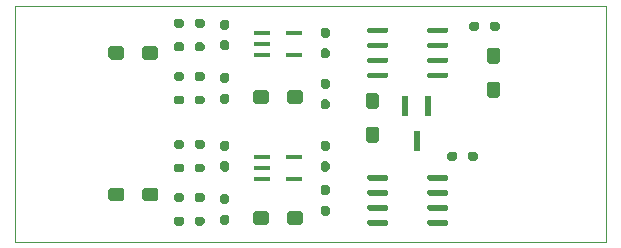
<source format=gbr>
%TF.GenerationSoftware,KiCad,Pcbnew,5.1.9*%
%TF.CreationDate,2021-02-16T17:41:26+03:00*%
%TF.ProjectId,dual-mcp3201-pmod,6475616c-2d6d-4637-9033-3230312d706d,rev?*%
%TF.SameCoordinates,PX4c4b400PY8583b00*%
%TF.FileFunction,Paste,Top*%
%TF.FilePolarity,Positive*%
%FSLAX46Y46*%
G04 Gerber Fmt 4.6, Leading zero omitted, Abs format (unit mm)*
G04 Created by KiCad (PCBNEW 5.1.9) date 2021-02-16 17:41:26*
%MOMM*%
%LPD*%
G01*
G04 APERTURE LIST*
%TA.AperFunction,Profile*%
%ADD10C,0.050000*%
%TD*%
%ADD11R,0.600000X1.700000*%
%ADD12R,1.360000X0.450000*%
G04 APERTURE END LIST*
D10*
X50000000Y20000000D02*
X0Y20000000D01*
X50000000Y0D02*
X50000000Y20000000D01*
X0Y0D02*
X50000000Y0D01*
X0Y20000000D02*
X0Y0D01*
%TO.C,C12*%
G36*
G01*
X26437500Y17275000D02*
X26062500Y17275000D01*
G75*
G02*
X25875000Y17462500I0J187500D01*
G01*
X25875000Y17937500D01*
G75*
G02*
X26062500Y18125000I187500J0D01*
G01*
X26437500Y18125000D01*
G75*
G02*
X26625000Y17937500I0J-187500D01*
G01*
X26625000Y17462500D01*
G75*
G02*
X26437500Y17275000I-187500J0D01*
G01*
G37*
G36*
G01*
X26437500Y15525000D02*
X26062500Y15525000D01*
G75*
G02*
X25875000Y15712500I0J187500D01*
G01*
X25875000Y16187500D01*
G75*
G02*
X26062500Y16375000I187500J0D01*
G01*
X26437500Y16375000D01*
G75*
G02*
X26625000Y16187500I0J-187500D01*
G01*
X26625000Y15712500D01*
G75*
G02*
X26437500Y15525000I-187500J0D01*
G01*
G37*
%TD*%
%TO.C,C11*%
G36*
G01*
X23000000Y11887962D02*
X23000000Y12612038D01*
G75*
G02*
X23212962Y12825000I212962J0D01*
G01*
X24162038Y12825000D01*
G75*
G02*
X24375000Y12612038I0J-212962D01*
G01*
X24375000Y11887962D01*
G75*
G02*
X24162038Y11675000I-212962J0D01*
G01*
X23212962Y11675000D01*
G75*
G02*
X23000000Y11887962I0J212962D01*
G01*
G37*
G36*
G01*
X20125000Y11887962D02*
X20125000Y12612038D01*
G75*
G02*
X20337962Y12825000I212962J0D01*
G01*
X21287038Y12825000D01*
G75*
G02*
X21500000Y12612038I0J-212962D01*
G01*
X21500000Y11887962D01*
G75*
G02*
X21287038Y11675000I-212962J0D01*
G01*
X20337962Y11675000D01*
G75*
G02*
X20125000Y11887962I0J212962D01*
G01*
G37*
%TD*%
%TO.C,C10*%
G36*
G01*
X14300000Y14187500D02*
X14300000Y13812500D01*
G75*
G02*
X14112500Y13625000I-187500J0D01*
G01*
X13637500Y13625000D01*
G75*
G02*
X13450000Y13812500I0J187500D01*
G01*
X13450000Y14187500D01*
G75*
G02*
X13637500Y14375000I187500J0D01*
G01*
X14112500Y14375000D01*
G75*
G02*
X14300000Y14187500I0J-187500D01*
G01*
G37*
G36*
G01*
X16050000Y14187500D02*
X16050000Y13812500D01*
G75*
G02*
X15862500Y13625000I-187500J0D01*
G01*
X15387500Y13625000D01*
G75*
G02*
X15200000Y13812500I0J187500D01*
G01*
X15200000Y14187500D01*
G75*
G02*
X15387500Y14375000I187500J0D01*
G01*
X15862500Y14375000D01*
G75*
G02*
X16050000Y14187500I0J-187500D01*
G01*
G37*
%TD*%
%TO.C,C9*%
G36*
G01*
X9250000Y16362038D02*
X9250000Y15637962D01*
G75*
G02*
X9037038Y15425000I-212962J0D01*
G01*
X8087962Y15425000D01*
G75*
G02*
X7875000Y15637962I0J212962D01*
G01*
X7875000Y16362038D01*
G75*
G02*
X8087962Y16575000I212962J0D01*
G01*
X9037038Y16575000D01*
G75*
G02*
X9250000Y16362038I0J-212962D01*
G01*
G37*
G36*
G01*
X12125000Y16362038D02*
X12125000Y15637962D01*
G75*
G02*
X11912038Y15425000I-212962J0D01*
G01*
X10962962Y15425000D01*
G75*
G02*
X10750000Y15637962I0J212962D01*
G01*
X10750000Y16362038D01*
G75*
G02*
X10962962Y16575000I212962J0D01*
G01*
X11912038Y16575000D01*
G75*
G02*
X12125000Y16362038I0J-212962D01*
G01*
G37*
%TD*%
%TO.C,C8*%
G36*
G01*
X17562500Y17050000D02*
X17937500Y17050000D01*
G75*
G02*
X18125000Y16862500I0J-187500D01*
G01*
X18125000Y16387500D01*
G75*
G02*
X17937500Y16200000I-187500J0D01*
G01*
X17562500Y16200000D01*
G75*
G02*
X17375000Y16387500I0J187500D01*
G01*
X17375000Y16862500D01*
G75*
G02*
X17562500Y17050000I187500J0D01*
G01*
G37*
G36*
G01*
X17562500Y18800000D02*
X17937500Y18800000D01*
G75*
G02*
X18125000Y18612500I0J-187500D01*
G01*
X18125000Y18137500D01*
G75*
G02*
X17937500Y17950000I-187500J0D01*
G01*
X17562500Y17950000D01*
G75*
G02*
X17375000Y18137500I0J187500D01*
G01*
X17375000Y18612500D01*
G75*
G02*
X17562500Y18800000I187500J0D01*
G01*
G37*
%TD*%
%TO.C,C7*%
G36*
G01*
X40137962Y13562500D02*
X40862038Y13562500D01*
G75*
G02*
X41075000Y13349538I0J-212962D01*
G01*
X41075000Y12400462D01*
G75*
G02*
X40862038Y12187500I-212962J0D01*
G01*
X40137962Y12187500D01*
G75*
G02*
X39925000Y12400462I0J212962D01*
G01*
X39925000Y13349538D01*
G75*
G02*
X40137962Y13562500I212962J0D01*
G01*
G37*
G36*
G01*
X40137962Y16437500D02*
X40862038Y16437500D01*
G75*
G02*
X41075000Y16224538I0J-212962D01*
G01*
X41075000Y15275462D01*
G75*
G02*
X40862038Y15062500I-212962J0D01*
G01*
X40137962Y15062500D01*
G75*
G02*
X39925000Y15275462I0J212962D01*
G01*
X39925000Y16224538D01*
G75*
G02*
X40137962Y16437500I212962J0D01*
G01*
G37*
%TD*%
%TO.C,C14*%
G36*
G01*
X29887962Y9750000D02*
X30612038Y9750000D01*
G75*
G02*
X30825000Y9537038I0J-212962D01*
G01*
X30825000Y8587962D01*
G75*
G02*
X30612038Y8375000I-212962J0D01*
G01*
X29887962Y8375000D01*
G75*
G02*
X29675000Y8587962I0J212962D01*
G01*
X29675000Y9537038D01*
G75*
G02*
X29887962Y9750000I212962J0D01*
G01*
G37*
G36*
G01*
X29887962Y12625000D02*
X30612038Y12625000D01*
G75*
G02*
X30825000Y12412038I0J-212962D01*
G01*
X30825000Y11462962D01*
G75*
G02*
X30612038Y11250000I-212962J0D01*
G01*
X29887962Y11250000D01*
G75*
G02*
X29675000Y11462962I0J212962D01*
G01*
X29675000Y12412038D01*
G75*
G02*
X29887962Y12625000I212962J0D01*
G01*
G37*
%TD*%
%TO.C,C6*%
G36*
G01*
X37425000Y7437500D02*
X37425000Y7062500D01*
G75*
G02*
X37237500Y6875000I-187500J0D01*
G01*
X36762500Y6875000D01*
G75*
G02*
X36575000Y7062500I0J187500D01*
G01*
X36575000Y7437500D01*
G75*
G02*
X36762500Y7625000I187500J0D01*
G01*
X37237500Y7625000D01*
G75*
G02*
X37425000Y7437500I0J-187500D01*
G01*
G37*
G36*
G01*
X39175000Y7437500D02*
X39175000Y7062500D01*
G75*
G02*
X38987500Y6875000I-187500J0D01*
G01*
X38512500Y6875000D01*
G75*
G02*
X38325000Y7062500I0J187500D01*
G01*
X38325000Y7437500D01*
G75*
G02*
X38512500Y7625000I187500J0D01*
G01*
X38987500Y7625000D01*
G75*
G02*
X39175000Y7437500I0J-187500D01*
G01*
G37*
%TD*%
%TO.C,R10*%
G36*
G01*
X17562500Y12550000D02*
X17937500Y12550000D01*
G75*
G02*
X18125000Y12362500I0J-187500D01*
G01*
X18125000Y11887500D01*
G75*
G02*
X17937500Y11700000I-187500J0D01*
G01*
X17562500Y11700000D01*
G75*
G02*
X17375000Y11887500I0J187500D01*
G01*
X17375000Y12362500D01*
G75*
G02*
X17562500Y12550000I187500J0D01*
G01*
G37*
G36*
G01*
X17562500Y14300000D02*
X17937500Y14300000D01*
G75*
G02*
X18125000Y14112500I0J-187500D01*
G01*
X18125000Y13637500D01*
G75*
G02*
X17937500Y13450000I-187500J0D01*
G01*
X17562500Y13450000D01*
G75*
G02*
X17375000Y13637500I0J187500D01*
G01*
X17375000Y14112500D01*
G75*
G02*
X17562500Y14300000I187500J0D01*
G01*
G37*
%TD*%
%TO.C,R9*%
G36*
G01*
X15200000Y18312500D02*
X15200000Y18687500D01*
G75*
G02*
X15387500Y18875000I187500J0D01*
G01*
X15862500Y18875000D01*
G75*
G02*
X16050000Y18687500I0J-187500D01*
G01*
X16050000Y18312500D01*
G75*
G02*
X15862500Y18125000I-187500J0D01*
G01*
X15387500Y18125000D01*
G75*
G02*
X15200000Y18312500I0J187500D01*
G01*
G37*
G36*
G01*
X13450000Y18312500D02*
X13450000Y18687500D01*
G75*
G02*
X13637500Y18875000I187500J0D01*
G01*
X14112500Y18875000D01*
G75*
G02*
X14300000Y18687500I0J-187500D01*
G01*
X14300000Y18312500D01*
G75*
G02*
X14112500Y18125000I-187500J0D01*
G01*
X13637500Y18125000D01*
G75*
G02*
X13450000Y18312500I0J187500D01*
G01*
G37*
%TD*%
%TO.C,R8*%
G36*
G01*
X15200000Y11812500D02*
X15200000Y12187500D01*
G75*
G02*
X15387500Y12375000I187500J0D01*
G01*
X15862500Y12375000D01*
G75*
G02*
X16050000Y12187500I0J-187500D01*
G01*
X16050000Y11812500D01*
G75*
G02*
X15862500Y11625000I-187500J0D01*
G01*
X15387500Y11625000D01*
G75*
G02*
X15200000Y11812500I0J187500D01*
G01*
G37*
G36*
G01*
X13450000Y11812500D02*
X13450000Y12187500D01*
G75*
G02*
X13637500Y12375000I187500J0D01*
G01*
X14112500Y12375000D01*
G75*
G02*
X14300000Y12187500I0J-187500D01*
G01*
X14300000Y11812500D01*
G75*
G02*
X14112500Y11625000I-187500J0D01*
G01*
X13637500Y11625000D01*
G75*
G02*
X13450000Y11812500I0J187500D01*
G01*
G37*
%TD*%
%TO.C,R7*%
G36*
G01*
X26062500Y12050000D02*
X26437500Y12050000D01*
G75*
G02*
X26625000Y11862500I0J-187500D01*
G01*
X26625000Y11387500D01*
G75*
G02*
X26437500Y11200000I-187500J0D01*
G01*
X26062500Y11200000D01*
G75*
G02*
X25875000Y11387500I0J187500D01*
G01*
X25875000Y11862500D01*
G75*
G02*
X26062500Y12050000I187500J0D01*
G01*
G37*
G36*
G01*
X26062500Y13800000D02*
X26437500Y13800000D01*
G75*
G02*
X26625000Y13612500I0J-187500D01*
G01*
X26625000Y13137500D01*
G75*
G02*
X26437500Y12950000I-187500J0D01*
G01*
X26062500Y12950000D01*
G75*
G02*
X25875000Y13137500I0J187500D01*
G01*
X25875000Y13612500D01*
G75*
G02*
X26062500Y13800000I187500J0D01*
G01*
G37*
%TD*%
%TO.C,R6*%
G36*
G01*
X15200000Y16312500D02*
X15200000Y16687500D01*
G75*
G02*
X15387500Y16875000I187500J0D01*
G01*
X15862500Y16875000D01*
G75*
G02*
X16050000Y16687500I0J-187500D01*
G01*
X16050000Y16312500D01*
G75*
G02*
X15862500Y16125000I-187500J0D01*
G01*
X15387500Y16125000D01*
G75*
G02*
X15200000Y16312500I0J187500D01*
G01*
G37*
G36*
G01*
X13450000Y16312500D02*
X13450000Y16687500D01*
G75*
G02*
X13637500Y16875000I187500J0D01*
G01*
X14112500Y16875000D01*
G75*
G02*
X14300000Y16687500I0J-187500D01*
G01*
X14300000Y16312500D01*
G75*
G02*
X14112500Y16125000I-187500J0D01*
G01*
X13637500Y16125000D01*
G75*
G02*
X13450000Y16312500I0J187500D01*
G01*
G37*
%TD*%
%TO.C,R5*%
G36*
G01*
X17562500Y2300000D02*
X17937500Y2300000D01*
G75*
G02*
X18125000Y2112500I0J-187500D01*
G01*
X18125000Y1637500D01*
G75*
G02*
X17937500Y1450000I-187500J0D01*
G01*
X17562500Y1450000D01*
G75*
G02*
X17375000Y1637500I0J187500D01*
G01*
X17375000Y2112500D01*
G75*
G02*
X17562500Y2300000I187500J0D01*
G01*
G37*
G36*
G01*
X17562500Y4050000D02*
X17937500Y4050000D01*
G75*
G02*
X18125000Y3862500I0J-187500D01*
G01*
X18125000Y3387500D01*
G75*
G02*
X17937500Y3200000I-187500J0D01*
G01*
X17562500Y3200000D01*
G75*
G02*
X17375000Y3387500I0J187500D01*
G01*
X17375000Y3862500D01*
G75*
G02*
X17562500Y4050000I187500J0D01*
G01*
G37*
%TD*%
%TO.C,R4*%
G36*
G01*
X15200000Y8062500D02*
X15200000Y8437500D01*
G75*
G02*
X15387500Y8625000I187500J0D01*
G01*
X15862500Y8625000D01*
G75*
G02*
X16050000Y8437500I0J-187500D01*
G01*
X16050000Y8062500D01*
G75*
G02*
X15862500Y7875000I-187500J0D01*
G01*
X15387500Y7875000D01*
G75*
G02*
X15200000Y8062500I0J187500D01*
G01*
G37*
G36*
G01*
X13450000Y8062500D02*
X13450000Y8437500D01*
G75*
G02*
X13637500Y8625000I187500J0D01*
G01*
X14112500Y8625000D01*
G75*
G02*
X14300000Y8437500I0J-187500D01*
G01*
X14300000Y8062500D01*
G75*
G02*
X14112500Y7875000I-187500J0D01*
G01*
X13637500Y7875000D01*
G75*
G02*
X13450000Y8062500I0J187500D01*
G01*
G37*
%TD*%
%TO.C,R3*%
G36*
G01*
X15200000Y1562500D02*
X15200000Y1937500D01*
G75*
G02*
X15387500Y2125000I187500J0D01*
G01*
X15862500Y2125000D01*
G75*
G02*
X16050000Y1937500I0J-187500D01*
G01*
X16050000Y1562500D01*
G75*
G02*
X15862500Y1375000I-187500J0D01*
G01*
X15387500Y1375000D01*
G75*
G02*
X15200000Y1562500I0J187500D01*
G01*
G37*
G36*
G01*
X13450000Y1562500D02*
X13450000Y1937500D01*
G75*
G02*
X13637500Y2125000I187500J0D01*
G01*
X14112500Y2125000D01*
G75*
G02*
X14300000Y1937500I0J-187500D01*
G01*
X14300000Y1562500D01*
G75*
G02*
X14112500Y1375000I-187500J0D01*
G01*
X13637500Y1375000D01*
G75*
G02*
X13450000Y1562500I0J187500D01*
G01*
G37*
%TD*%
%TO.C,R2*%
G36*
G01*
X26437500Y3950000D02*
X26062500Y3950000D01*
G75*
G02*
X25875000Y4137500I0J187500D01*
G01*
X25875000Y4612500D01*
G75*
G02*
X26062500Y4800000I187500J0D01*
G01*
X26437500Y4800000D01*
G75*
G02*
X26625000Y4612500I0J-187500D01*
G01*
X26625000Y4137500D01*
G75*
G02*
X26437500Y3950000I-187500J0D01*
G01*
G37*
G36*
G01*
X26437500Y2200000D02*
X26062500Y2200000D01*
G75*
G02*
X25875000Y2387500I0J187500D01*
G01*
X25875000Y2862500D01*
G75*
G02*
X26062500Y3050000I187500J0D01*
G01*
X26437500Y3050000D01*
G75*
G02*
X26625000Y2862500I0J-187500D01*
G01*
X26625000Y2387500D01*
G75*
G02*
X26437500Y2200000I-187500J0D01*
G01*
G37*
%TD*%
%TO.C,R1*%
G36*
G01*
X15200000Y6062500D02*
X15200000Y6437500D01*
G75*
G02*
X15387500Y6625000I187500J0D01*
G01*
X15862500Y6625000D01*
G75*
G02*
X16050000Y6437500I0J-187500D01*
G01*
X16050000Y6062500D01*
G75*
G02*
X15862500Y5875000I-187500J0D01*
G01*
X15387500Y5875000D01*
G75*
G02*
X15200000Y6062500I0J187500D01*
G01*
G37*
G36*
G01*
X13450000Y6062500D02*
X13450000Y6437500D01*
G75*
G02*
X13637500Y6625000I187500J0D01*
G01*
X14112500Y6625000D01*
G75*
G02*
X14300000Y6437500I0J-187500D01*
G01*
X14300000Y6062500D01*
G75*
G02*
X14112500Y5875000I-187500J0D01*
G01*
X13637500Y5875000D01*
G75*
G02*
X13450000Y6062500I0J187500D01*
G01*
G37*
%TD*%
D11*
%TO.C,D5*%
X34000000Y8500000D03*
X33050000Y11500000D03*
X34950000Y11500000D03*
%TD*%
%TO.C,D4*%
G36*
G01*
X34900000Y17792500D02*
X34900000Y18017500D01*
G75*
G02*
X35012500Y18130000I112500J0D01*
G01*
X36562500Y18130000D01*
G75*
G02*
X36675000Y18017500I0J-112500D01*
G01*
X36675000Y17792500D01*
G75*
G02*
X36562500Y17680000I-112500J0D01*
G01*
X35012500Y17680000D01*
G75*
G02*
X34900000Y17792500I0J112500D01*
G01*
G37*
G36*
G01*
X34900000Y16522500D02*
X34900000Y16747500D01*
G75*
G02*
X35012500Y16860000I112500J0D01*
G01*
X36562500Y16860000D01*
G75*
G02*
X36675000Y16747500I0J-112500D01*
G01*
X36675000Y16522500D01*
G75*
G02*
X36562500Y16410000I-112500J0D01*
G01*
X35012500Y16410000D01*
G75*
G02*
X34900000Y16522500I0J112500D01*
G01*
G37*
G36*
G01*
X34900000Y15252500D02*
X34900000Y15477500D01*
G75*
G02*
X35012500Y15590000I112500J0D01*
G01*
X36562500Y15590000D01*
G75*
G02*
X36675000Y15477500I0J-112500D01*
G01*
X36675000Y15252500D01*
G75*
G02*
X36562500Y15140000I-112500J0D01*
G01*
X35012500Y15140000D01*
G75*
G02*
X34900000Y15252500I0J112500D01*
G01*
G37*
G36*
G01*
X34900000Y13982500D02*
X34900000Y14207500D01*
G75*
G02*
X35012500Y14320000I112500J0D01*
G01*
X36562500Y14320000D01*
G75*
G02*
X36675000Y14207500I0J-112500D01*
G01*
X36675000Y13982500D01*
G75*
G02*
X36562500Y13870000I-112500J0D01*
G01*
X35012500Y13870000D01*
G75*
G02*
X34900000Y13982500I0J112500D01*
G01*
G37*
G36*
G01*
X29825000Y13982500D02*
X29825000Y14207500D01*
G75*
G02*
X29937500Y14320000I112500J0D01*
G01*
X31487500Y14320000D01*
G75*
G02*
X31600000Y14207500I0J-112500D01*
G01*
X31600000Y13982500D01*
G75*
G02*
X31487500Y13870000I-112500J0D01*
G01*
X29937500Y13870000D01*
G75*
G02*
X29825000Y13982500I0J112500D01*
G01*
G37*
G36*
G01*
X29825000Y15252500D02*
X29825000Y15477500D01*
G75*
G02*
X29937500Y15590000I112500J0D01*
G01*
X31487500Y15590000D01*
G75*
G02*
X31600000Y15477500I0J-112500D01*
G01*
X31600000Y15252500D01*
G75*
G02*
X31487500Y15140000I-112500J0D01*
G01*
X29937500Y15140000D01*
G75*
G02*
X29825000Y15252500I0J112500D01*
G01*
G37*
G36*
G01*
X29825000Y16522500D02*
X29825000Y16747500D01*
G75*
G02*
X29937500Y16860000I112500J0D01*
G01*
X31487500Y16860000D01*
G75*
G02*
X31600000Y16747500I0J-112500D01*
G01*
X31600000Y16522500D01*
G75*
G02*
X31487500Y16410000I-112500J0D01*
G01*
X29937500Y16410000D01*
G75*
G02*
X29825000Y16522500I0J112500D01*
G01*
G37*
G36*
G01*
X29825000Y17792500D02*
X29825000Y18017500D01*
G75*
G02*
X29937500Y18130000I112500J0D01*
G01*
X31487500Y18130000D01*
G75*
G02*
X31600000Y18017500I0J-112500D01*
G01*
X31600000Y17792500D01*
G75*
G02*
X31487500Y17680000I-112500J0D01*
G01*
X29937500Y17680000D01*
G75*
G02*
X29825000Y17792500I0J112500D01*
G01*
G37*
%TD*%
D12*
%TO.C,D3*%
X23600000Y17700000D03*
X23600000Y15800000D03*
X20900000Y15800000D03*
X20900000Y16750000D03*
X20900000Y17700000D03*
%TD*%
%TO.C,D2*%
G36*
G01*
X34900000Y5292500D02*
X34900000Y5517500D01*
G75*
G02*
X35012500Y5630000I112500J0D01*
G01*
X36562500Y5630000D01*
G75*
G02*
X36675000Y5517500I0J-112500D01*
G01*
X36675000Y5292500D01*
G75*
G02*
X36562500Y5180000I-112500J0D01*
G01*
X35012500Y5180000D01*
G75*
G02*
X34900000Y5292500I0J112500D01*
G01*
G37*
G36*
G01*
X34900000Y4022500D02*
X34900000Y4247500D01*
G75*
G02*
X35012500Y4360000I112500J0D01*
G01*
X36562500Y4360000D01*
G75*
G02*
X36675000Y4247500I0J-112500D01*
G01*
X36675000Y4022500D01*
G75*
G02*
X36562500Y3910000I-112500J0D01*
G01*
X35012500Y3910000D01*
G75*
G02*
X34900000Y4022500I0J112500D01*
G01*
G37*
G36*
G01*
X34900000Y2752500D02*
X34900000Y2977500D01*
G75*
G02*
X35012500Y3090000I112500J0D01*
G01*
X36562500Y3090000D01*
G75*
G02*
X36675000Y2977500I0J-112500D01*
G01*
X36675000Y2752500D01*
G75*
G02*
X36562500Y2640000I-112500J0D01*
G01*
X35012500Y2640000D01*
G75*
G02*
X34900000Y2752500I0J112500D01*
G01*
G37*
G36*
G01*
X34900000Y1482500D02*
X34900000Y1707500D01*
G75*
G02*
X35012500Y1820000I112500J0D01*
G01*
X36562500Y1820000D01*
G75*
G02*
X36675000Y1707500I0J-112500D01*
G01*
X36675000Y1482500D01*
G75*
G02*
X36562500Y1370000I-112500J0D01*
G01*
X35012500Y1370000D01*
G75*
G02*
X34900000Y1482500I0J112500D01*
G01*
G37*
G36*
G01*
X29825000Y1482500D02*
X29825000Y1707500D01*
G75*
G02*
X29937500Y1820000I112500J0D01*
G01*
X31487500Y1820000D01*
G75*
G02*
X31600000Y1707500I0J-112500D01*
G01*
X31600000Y1482500D01*
G75*
G02*
X31487500Y1370000I-112500J0D01*
G01*
X29937500Y1370000D01*
G75*
G02*
X29825000Y1482500I0J112500D01*
G01*
G37*
G36*
G01*
X29825000Y2752500D02*
X29825000Y2977500D01*
G75*
G02*
X29937500Y3090000I112500J0D01*
G01*
X31487500Y3090000D01*
G75*
G02*
X31600000Y2977500I0J-112500D01*
G01*
X31600000Y2752500D01*
G75*
G02*
X31487500Y2640000I-112500J0D01*
G01*
X29937500Y2640000D01*
G75*
G02*
X29825000Y2752500I0J112500D01*
G01*
G37*
G36*
G01*
X29825000Y4022500D02*
X29825000Y4247500D01*
G75*
G02*
X29937500Y4360000I112500J0D01*
G01*
X31487500Y4360000D01*
G75*
G02*
X31600000Y4247500I0J-112500D01*
G01*
X31600000Y4022500D01*
G75*
G02*
X31487500Y3910000I-112500J0D01*
G01*
X29937500Y3910000D01*
G75*
G02*
X29825000Y4022500I0J112500D01*
G01*
G37*
G36*
G01*
X29825000Y5292500D02*
X29825000Y5517500D01*
G75*
G02*
X29937500Y5630000I112500J0D01*
G01*
X31487500Y5630000D01*
G75*
G02*
X31600000Y5517500I0J-112500D01*
G01*
X31600000Y5292500D01*
G75*
G02*
X31487500Y5180000I-112500J0D01*
G01*
X29937500Y5180000D01*
G75*
G02*
X29825000Y5292500I0J112500D01*
G01*
G37*
%TD*%
%TO.C,D1*%
X23600000Y7200000D03*
X23600000Y5300000D03*
X20900000Y5300000D03*
X20900000Y6250000D03*
X20900000Y7200000D03*
%TD*%
%TO.C,C13*%
G36*
G01*
X39300000Y18437500D02*
X39300000Y18062500D01*
G75*
G02*
X39112500Y17875000I-187500J0D01*
G01*
X38637500Y17875000D01*
G75*
G02*
X38450000Y18062500I0J187500D01*
G01*
X38450000Y18437500D01*
G75*
G02*
X38637500Y18625000I187500J0D01*
G01*
X39112500Y18625000D01*
G75*
G02*
X39300000Y18437500I0J-187500D01*
G01*
G37*
G36*
G01*
X41050000Y18437500D02*
X41050000Y18062500D01*
G75*
G02*
X40862500Y17875000I-187500J0D01*
G01*
X40387500Y17875000D01*
G75*
G02*
X40200000Y18062500I0J187500D01*
G01*
X40200000Y18437500D01*
G75*
G02*
X40387500Y18625000I187500J0D01*
G01*
X40862500Y18625000D01*
G75*
G02*
X41050000Y18437500I0J-187500D01*
G01*
G37*
%TD*%
%TO.C,C5*%
G36*
G01*
X26062500Y6800000D02*
X26437500Y6800000D01*
G75*
G02*
X26625000Y6612500I0J-187500D01*
G01*
X26625000Y6137500D01*
G75*
G02*
X26437500Y5950000I-187500J0D01*
G01*
X26062500Y5950000D01*
G75*
G02*
X25875000Y6137500I0J187500D01*
G01*
X25875000Y6612500D01*
G75*
G02*
X26062500Y6800000I187500J0D01*
G01*
G37*
G36*
G01*
X26062500Y8550000D02*
X26437500Y8550000D01*
G75*
G02*
X26625000Y8362500I0J-187500D01*
G01*
X26625000Y7887500D01*
G75*
G02*
X26437500Y7700000I-187500J0D01*
G01*
X26062500Y7700000D01*
G75*
G02*
X25875000Y7887500I0J187500D01*
G01*
X25875000Y8362500D01*
G75*
G02*
X26062500Y8550000I187500J0D01*
G01*
G37*
%TD*%
%TO.C,C4*%
G36*
G01*
X23000000Y1637962D02*
X23000000Y2362038D01*
G75*
G02*
X23212962Y2575000I212962J0D01*
G01*
X24162038Y2575000D01*
G75*
G02*
X24375000Y2362038I0J-212962D01*
G01*
X24375000Y1637962D01*
G75*
G02*
X24162038Y1425000I-212962J0D01*
G01*
X23212962Y1425000D01*
G75*
G02*
X23000000Y1637962I0J212962D01*
G01*
G37*
G36*
G01*
X20125000Y1637962D02*
X20125000Y2362038D01*
G75*
G02*
X20337962Y2575000I212962J0D01*
G01*
X21287038Y2575000D01*
G75*
G02*
X21500000Y2362038I0J-212962D01*
G01*
X21500000Y1637962D01*
G75*
G02*
X21287038Y1425000I-212962J0D01*
G01*
X20337962Y1425000D01*
G75*
G02*
X20125000Y1637962I0J212962D01*
G01*
G37*
%TD*%
%TO.C,C3*%
G36*
G01*
X14300000Y3937500D02*
X14300000Y3562500D01*
G75*
G02*
X14112500Y3375000I-187500J0D01*
G01*
X13637500Y3375000D01*
G75*
G02*
X13450000Y3562500I0J187500D01*
G01*
X13450000Y3937500D01*
G75*
G02*
X13637500Y4125000I187500J0D01*
G01*
X14112500Y4125000D01*
G75*
G02*
X14300000Y3937500I0J-187500D01*
G01*
G37*
G36*
G01*
X16050000Y3937500D02*
X16050000Y3562500D01*
G75*
G02*
X15862500Y3375000I-187500J0D01*
G01*
X15387500Y3375000D01*
G75*
G02*
X15200000Y3562500I0J187500D01*
G01*
X15200000Y3937500D01*
G75*
G02*
X15387500Y4125000I187500J0D01*
G01*
X15862500Y4125000D01*
G75*
G02*
X16050000Y3937500I0J-187500D01*
G01*
G37*
%TD*%
%TO.C,C2*%
G36*
G01*
X9250000Y4362038D02*
X9250000Y3637962D01*
G75*
G02*
X9037038Y3425000I-212962J0D01*
G01*
X8087962Y3425000D01*
G75*
G02*
X7875000Y3637962I0J212962D01*
G01*
X7875000Y4362038D01*
G75*
G02*
X8087962Y4575000I212962J0D01*
G01*
X9037038Y4575000D01*
G75*
G02*
X9250000Y4362038I0J-212962D01*
G01*
G37*
G36*
G01*
X12125000Y4362038D02*
X12125000Y3637962D01*
G75*
G02*
X11912038Y3425000I-212962J0D01*
G01*
X10962962Y3425000D01*
G75*
G02*
X10750000Y3637962I0J212962D01*
G01*
X10750000Y4362038D01*
G75*
G02*
X10962962Y4575000I212962J0D01*
G01*
X11912038Y4575000D01*
G75*
G02*
X12125000Y4362038I0J-212962D01*
G01*
G37*
%TD*%
%TO.C,C1*%
G36*
G01*
X17562500Y6800000D02*
X17937500Y6800000D01*
G75*
G02*
X18125000Y6612500I0J-187500D01*
G01*
X18125000Y6137500D01*
G75*
G02*
X17937500Y5950000I-187500J0D01*
G01*
X17562500Y5950000D01*
G75*
G02*
X17375000Y6137500I0J187500D01*
G01*
X17375000Y6612500D01*
G75*
G02*
X17562500Y6800000I187500J0D01*
G01*
G37*
G36*
G01*
X17562500Y8550000D02*
X17937500Y8550000D01*
G75*
G02*
X18125000Y8362500I0J-187500D01*
G01*
X18125000Y7887500D01*
G75*
G02*
X17937500Y7700000I-187500J0D01*
G01*
X17562500Y7700000D01*
G75*
G02*
X17375000Y7887500I0J187500D01*
G01*
X17375000Y8362500D01*
G75*
G02*
X17562500Y8550000I187500J0D01*
G01*
G37*
%TD*%
M02*

</source>
